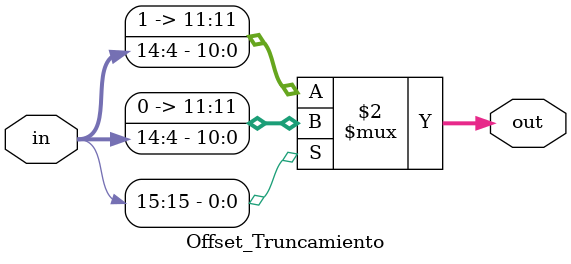
<source format=v>
`timescale 1ns / 1ps

module Offset_Truncamiento(in,out
    );
input wire [27:0] in;
output wire [11:0] out;


assign out= (in[15]==1'b0)?{1'b1,in[14:4]}:{1'b0,in[14:4]};


endmodule 
</source>
